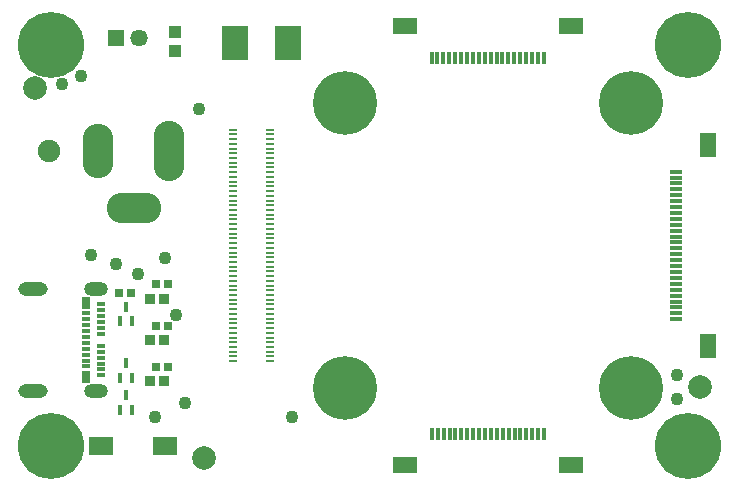
<source format=gts>
G04*
G04 #@! TF.GenerationSoftware,Altium Limited,Altium Designer,21.2.2 (38)*
G04*
G04 Layer_Color=8388736*
%FSLAX44Y44*%
%MOMM*%
G71*
G04*
G04 #@! TF.SameCoordinates,205A31CD-AC13-4E6C-8EB0-5B29ABF3557E*
G04*
G04*
G04 #@! TF.FilePolarity,Negative*
G04*
G01*
G75*
%ADD32R,2.2606X2.8446*%
%ADD33C,1.1016*%
%ADD34R,1.1016X1.0016*%
%ADD35R,0.4016X1.1016*%
%ADD36R,2.1016X1.4016*%
%ADD37R,1.4016X2.1016*%
%ADD38R,1.1016X0.4016*%
%ADD39R,0.6516X0.7516*%
%ADD40R,0.4016X0.8116*%
%ADD41R,0.8000X0.4000*%
%ADD42R,0.8000X1.1000*%
%ADD43R,0.8016X0.2816*%
%ADD44C,2.0000*%
%ADD45R,0.9016X0.9016*%
%ADD46R,2.1016X1.6016*%
%ADD47C,1.4696*%
%ADD48R,1.4696X1.4696*%
%ADD49C,5.4000*%
%ADD50C,5.6016*%
%ADD51O,2.0000X1.2000*%
%ADD52O,2.5000X1.2000*%
%ADD53C,1.9016*%
%ADD54O,2.6000X4.6000*%
%ADD55O,2.6000X5.1000*%
%ADD56O,4.6000X2.6000*%
%ADD57C,0.6096*%
D32*
X186333Y371217D02*
D03*
X230533D02*
D03*
D33*
X39811Y336270D02*
D03*
X155157Y315488D02*
D03*
X56000Y343775D02*
D03*
X103652Y175907D02*
D03*
X85000Y184000D02*
D03*
X126612Y189609D02*
D03*
X136000Y141000D02*
D03*
X63901Y191901D02*
D03*
X144000Y67000D02*
D03*
X118000Y55000D02*
D03*
X560000Y70000D02*
D03*
Y90000D02*
D03*
X234316Y54738D02*
D03*
D34*
X135000Y380500D02*
D03*
Y364500D02*
D03*
D35*
X357715Y40700D02*
D03*
X367715D02*
D03*
X362715D02*
D03*
X377715D02*
D03*
X387715D02*
D03*
X382715D02*
D03*
X397715D02*
D03*
X402715D02*
D03*
X407715D02*
D03*
X422715D02*
D03*
X432715D02*
D03*
X427715D02*
D03*
X442715D02*
D03*
X447715D02*
D03*
X352715D02*
D03*
X372715D02*
D03*
X392715D02*
D03*
X412715D02*
D03*
X417715D02*
D03*
X437715D02*
D03*
X442500Y358910D02*
D03*
X432500D02*
D03*
X437500D02*
D03*
X422500D02*
D03*
X412500D02*
D03*
X417500D02*
D03*
X402500D02*
D03*
X397500D02*
D03*
X392500D02*
D03*
X377500D02*
D03*
X367500D02*
D03*
X372500D02*
D03*
X357500D02*
D03*
X352500D02*
D03*
X447500D02*
D03*
X427500D02*
D03*
X407500D02*
D03*
X387500D02*
D03*
X382500D02*
D03*
X362500D02*
D03*
D36*
X470285Y13700D02*
D03*
X329715D02*
D03*
X329930Y385910D02*
D03*
X470500D02*
D03*
D37*
X586500Y114500D02*
D03*
Y285074D02*
D03*
D38*
X559500Y262500D02*
D03*
Y242500D02*
D03*
Y222500D02*
D03*
Y202500D02*
D03*
Y197500D02*
D03*
Y177500D02*
D03*
Y157500D02*
D03*
Y137500D02*
D03*
Y252500D02*
D03*
Y257500D02*
D03*
Y247500D02*
D03*
Y232500D02*
D03*
Y237500D02*
D03*
Y227500D02*
D03*
Y212500D02*
D03*
Y217500D02*
D03*
Y207500D02*
D03*
Y192500D02*
D03*
Y187500D02*
D03*
Y182500D02*
D03*
Y167500D02*
D03*
Y172500D02*
D03*
Y162500D02*
D03*
Y147500D02*
D03*
Y152500D02*
D03*
Y142500D02*
D03*
D39*
X119000Y97000D02*
D03*
X129000D02*
D03*
X98000Y160000D02*
D03*
X88000D02*
D03*
X119000Y132000D02*
D03*
X129000D02*
D03*
X119000Y167000D02*
D03*
X129000D02*
D03*
D40*
X94000Y100100D02*
D03*
X99000Y87900D02*
D03*
X89000D02*
D03*
X94000Y148100D02*
D03*
X99000Y135900D02*
D03*
X89000D02*
D03*
X94000Y73100D02*
D03*
X99000Y60900D02*
D03*
X89000D02*
D03*
D41*
X59500Y97500D02*
D03*
Y102500D02*
D03*
X72500Y150000D02*
D03*
Y145000D02*
D03*
Y140000D02*
D03*
Y135000D02*
D03*
Y130000D02*
D03*
Y125000D02*
D03*
Y115000D02*
D03*
Y110000D02*
D03*
Y105000D02*
D03*
Y100000D02*
D03*
Y95000D02*
D03*
Y90000D02*
D03*
X59500Y107500D02*
D03*
Y112500D02*
D03*
Y117500D02*
D03*
Y122500D02*
D03*
Y127500D02*
D03*
Y132500D02*
D03*
Y137500D02*
D03*
Y142500D02*
D03*
D42*
Y89000D02*
D03*
Y151000D02*
D03*
D43*
X184600Y102000D02*
D03*
Y106000D02*
D03*
Y110000D02*
D03*
Y114000D02*
D03*
Y118000D02*
D03*
Y122000D02*
D03*
Y126000D02*
D03*
Y130000D02*
D03*
Y134000D02*
D03*
Y138000D02*
D03*
Y142000D02*
D03*
Y146000D02*
D03*
Y150000D02*
D03*
Y154000D02*
D03*
Y158000D02*
D03*
Y162000D02*
D03*
Y166000D02*
D03*
Y170000D02*
D03*
Y174000D02*
D03*
Y178000D02*
D03*
Y182000D02*
D03*
Y186000D02*
D03*
Y190000D02*
D03*
Y194000D02*
D03*
Y198000D02*
D03*
Y202000D02*
D03*
Y206000D02*
D03*
Y210000D02*
D03*
Y214000D02*
D03*
Y218000D02*
D03*
Y222000D02*
D03*
Y226000D02*
D03*
Y230000D02*
D03*
Y234000D02*
D03*
Y238000D02*
D03*
Y242000D02*
D03*
Y246000D02*
D03*
Y250000D02*
D03*
Y254000D02*
D03*
Y258000D02*
D03*
Y262000D02*
D03*
Y266000D02*
D03*
Y270000D02*
D03*
Y274000D02*
D03*
Y278000D02*
D03*
Y282000D02*
D03*
Y286000D02*
D03*
Y290000D02*
D03*
Y294000D02*
D03*
Y298000D02*
D03*
X215400Y102000D02*
D03*
Y106000D02*
D03*
Y110000D02*
D03*
Y114000D02*
D03*
Y118000D02*
D03*
Y122000D02*
D03*
Y126000D02*
D03*
Y130000D02*
D03*
Y134000D02*
D03*
Y138000D02*
D03*
Y142000D02*
D03*
Y146000D02*
D03*
Y150000D02*
D03*
Y154000D02*
D03*
Y158000D02*
D03*
Y162000D02*
D03*
Y166000D02*
D03*
Y170000D02*
D03*
Y174000D02*
D03*
Y178000D02*
D03*
Y182000D02*
D03*
Y186000D02*
D03*
Y190000D02*
D03*
Y194000D02*
D03*
Y198000D02*
D03*
Y202000D02*
D03*
Y206000D02*
D03*
Y210000D02*
D03*
Y214000D02*
D03*
Y218000D02*
D03*
Y222000D02*
D03*
Y226000D02*
D03*
Y230000D02*
D03*
Y234000D02*
D03*
Y238000D02*
D03*
Y242000D02*
D03*
Y246000D02*
D03*
Y250000D02*
D03*
Y254000D02*
D03*
Y258000D02*
D03*
Y262000D02*
D03*
Y266000D02*
D03*
Y270000D02*
D03*
Y274000D02*
D03*
Y278000D02*
D03*
Y282000D02*
D03*
Y286000D02*
D03*
Y290000D02*
D03*
Y294000D02*
D03*
Y298000D02*
D03*
D44*
X580000Y80000D02*
D03*
X16464Y333461D02*
D03*
X160000Y20000D02*
D03*
D45*
X126250Y85000D02*
D03*
X113750D02*
D03*
X126250Y120000D02*
D03*
X113750D02*
D03*
X126250Y155000D02*
D03*
X113750D02*
D03*
D46*
X73000Y30000D02*
D03*
X127000D02*
D03*
D47*
X105000Y375500D02*
D03*
D48*
X85000D02*
D03*
D49*
X521000Y79000D02*
D03*
X279000D02*
D03*
X521000Y321000D02*
D03*
X279000D02*
D03*
D50*
X570000Y370000D02*
D03*
Y30000D02*
D03*
X30000Y370000D02*
D03*
Y30000D02*
D03*
D51*
X68400Y163200D02*
D03*
Y76800D02*
D03*
D52*
X14800Y163200D02*
D03*
Y76800D02*
D03*
D53*
X28500Y280000D02*
D03*
D54*
X70250Y280000D02*
D03*
D55*
X130250Y280000D02*
D03*
D56*
X100500Y231750D02*
D03*
D57*
X541750Y79000D02*
D03*
X500250D02*
D03*
X521000Y58250D02*
D03*
Y99750D02*
D03*
X299750Y79000D02*
D03*
X258250D02*
D03*
X279000Y58250D02*
D03*
Y99750D02*
D03*
X541750Y321000D02*
D03*
X500250D02*
D03*
X521000Y300250D02*
D03*
Y341750D02*
D03*
X299750Y321000D02*
D03*
X258250D02*
D03*
X279000Y300250D02*
D03*
Y341750D02*
D03*
M02*

</source>
